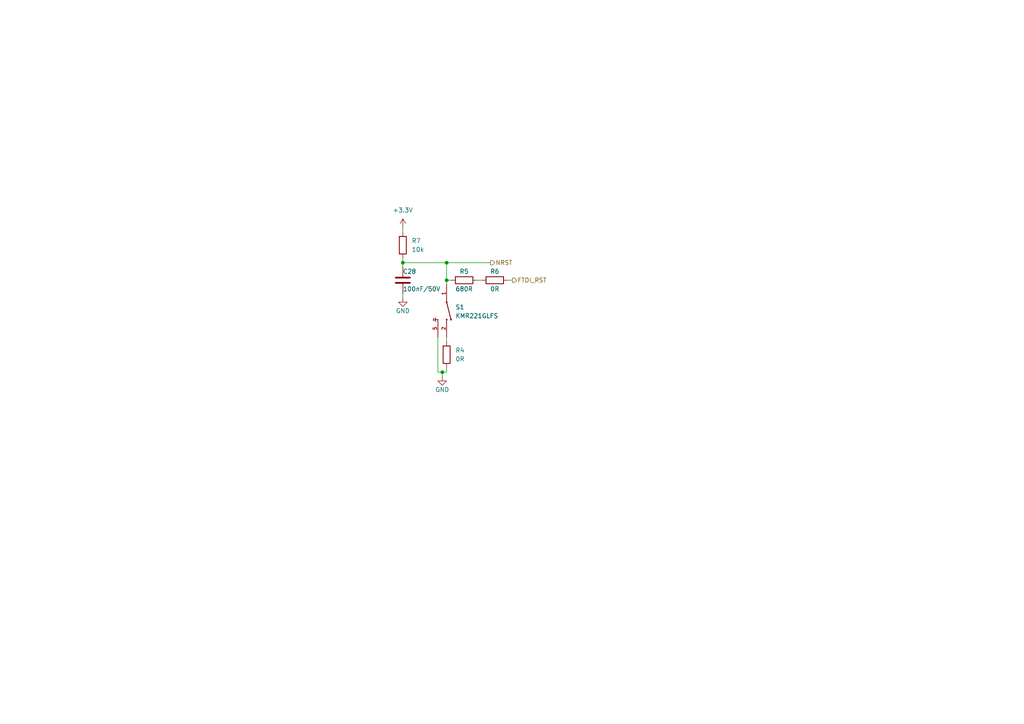
<source format=kicad_sch>
(kicad_sch (version 20230121) (generator eeschema)
  (paper "A4")
  (lib_symbols
    (symbol "Device:C" (pin_numbers hide) (pin_names (offset 0.254))
      (property "Reference" "C" (at 0.635 2.54 0))
      (property "Value" "C" (at 0.635 -2.54 0))
      (symbol "C_0_1"
        (polyline (pts (xy -2.032 -0.762) (xy 2.032 -0.762)) (stroke (width 0.508)))
        (polyline (pts (xy -2.032 0.762) (xy 2.032 0.762)) (stroke (width 0.508)))
      )
      (symbol "C_1_1"
        (pin passive line (at 0 3.81 270) (length 2.794) (name "~") (number "1"))
        (pin passive line (at 0 -3.81 90) (length 2.794) (name "~") (number "2"))
      )
    )
    (symbol "Device:R" (pin_numbers hide) (pin_names (offset 0))
      (property "Reference" "R" (at 2.032 0 90))
      (property "Value" "R" (at 0 0 90))
      (symbol "R_0_1"
        (rectangle (start -1.016 -2.54) (end 1.016 2.54) (stroke (width 0.254)))
      )
      (symbol "R_1_1"
        (pin passive line (at 0 3.81 270) (length 1.27) (name "~") (number "1"))
        (pin passive line (at 0 -3.81 90) (length 1.27) (name "~") (number "2"))
      )
    )
    (symbol "KMR221GLFS:KMR221GLFS" (pin_names (offset 1.016))
      (property "Reference" "S" (at -2.5401 2.2861 0))
      (property "Value" "KMR221GLFS" (at -2.7973 -6.3576 0))
      (symbol "KMR221GLFS_0_0"
        (circle (center -2.54 0) (radius 0.127) (stroke (width 0.254)))
        (polyline (pts (xy -2.54 0) (xy 2.54 1.27)) (stroke (width 0.254)))
        (polyline (pts (xy 2.286 -3.81) (xy 2.794 -3.81)) (stroke (width 0.254)))
        (polyline (pts (xy 2.54 -3.302) (xy 2.032 -3.302)) (stroke (width 0.254)))
        (polyline (pts (xy 2.54 -3.302) (xy 3.048 -3.302)) (stroke (width 0.254)))
        (polyline (pts (xy 2.54 -2.54) (xy 2.54 -3.302)) (stroke (width 0.254)))
        (circle (center 2.54 0) (radius 0.127) (stroke (width 0.254)))
        (circle (center 2.54 1.27) (radius 0.127) (stroke (width 0.254)))
        (pin passive line (at -7.62 0 0) (length 5.08) (name "~") (number "1"))
        (pin passive line (at 7.62 0 180) (length 5.08) (name "~") (number "2"))
        (pin passive line (at 7.62 -2.54 180) (length 5.08) (name "~") (number "5"))
      )
    )
    (symbol "bmsPower_Symbols:+3V3_0" (power) (in_bom no) (on_board no)
      (property "Value" "+3V3_0" (at 0 3.302 0))
      (symbol "+3V3_0_0_1"
        (polyline (pts (xy -0.762 1.27) (xy 0 2.54)))
        (polyline (pts (xy 0 0) (xy 0 2.54)))
        (polyline (pts (xy 0 2.54) (xy 0.762 1.27)))
      )
      (symbol "+3V3_0_1_1"
        (pin power_in line (at 0 0 90) (length 0) hide (name "+3.3V") (number "1"))
      )
    )
    (symbol "bmsPower_Symbols:GND_0" (power) (in_bom no) (on_board no)
      (property "Value" "GND_0" (at 0 -4.064 0))
      (symbol "GND_0_0_1"
        (polyline (pts (xy 0 0) (xy 0 -1.27) (xy 1.27 -1.27) (xy 0 -2.54) (xy -1.27 -1.27) (xy 0 -1.27)))
      )
      (symbol "GND_0_1_1"
        (pin power_in line (at 0 0 270) (length 0) hide (name "GND") (number "1"))
      )
    )
  )
  (junction (at 128.27 107.95))
  (junction (at 129.54 81.28))
  (junction (at 129.54 76.2))
  (junction (at 116.84 76.2))
  (wire (pts (xy 129.54 97.79) (xy 129.54 99.06)))
  (wire (pts (xy 129.54 81.28) (xy 129.54 82.55)))
  (wire (pts (xy 129.54 81.28) (xy 130.81 81.28)))
  (wire (pts (xy 116.84 66.04) (xy 116.84 67.31)))
  (wire (pts (xy 116.84 85.09) (xy 116.84 86.36)))
  (wire (pts (xy 116.84 74.93) (xy 116.84 76.2)))
  (wire (pts (xy 128.27 107.95) (xy 129.54 107.95)))
  (wire (pts (xy 147.32 81.28) (xy 148.59 81.28)))
  (wire (pts (xy 128.27 107.95) (xy 128.27 109.22)))
  (wire (pts (xy 116.84 76.2) (xy 129.54 76.2)))
  (wire (pts (xy 129.54 106.68) (xy 129.54 107.95)))
  (wire (pts (xy 129.54 76.2) (xy 129.54 81.28)))
  (wire (pts (xy 128.27 107.95) (xy 127 107.95)))
  (wire (pts (xy 127 107.95) (xy 127 97.79)))
  (wire (pts (xy 129.54 76.2) (xy 142.24 76.2)))
  (wire (pts (xy 138.43 81.28) (xy 139.7 81.28)))
  (wire (pts (xy 116.84 76.2) (xy 116.84 77.47)))
  (hierarchical_label "FTDI_RST" (shape output) (at 148.59 81.28 0))
  (hierarchical_label "NRST" (shape output) (at 142.24 76.2 0))
  (symbol (lib_id "bmsPower_Symbols:GND_0") (at 116.84 86.36 0) (unit 1) (in_bom no) (on_board no)
    (property "Reference" "#PWR022" (effects hide))
    (property "Value" "GND_0" (at 116.84 90.17 0))
  )
  (symbol (lib_id "Device:R") (at 143.51 81.28 90) (unit 1)
    (property "Reference" "R6" (at 143.51 78.74 90))
    (property "Value" "0R" (at 143.51 83.82 90))
  )
  (symbol (lib_id "Device:R") (at 116.84 71.12 0) (unit 1)
    (property "Reference" "R7" (at 119.38 69.85 0) (effects (justify left)))
    (property "Value" "10k" (at 119.38 72.39 0) (effects (justify left)))
  )
  (symbol (lib_id "Device:R") (at 129.54 102.87 0) (unit 1)
    (property "Reference" "R4" (at 132.08 101.6 0) (effects (justify left)))
    (property "Value" "0R" (at 132.08 104.14 0) (effects (justify left)))
  )
  (symbol (lib_id "bmsPower_Symbols:GND_0") (at 128.27 109.22 0) (unit 1) (in_bom no) (on_board no)
    (property "Reference" "#PWR021" (effects hide))
    (property "Value" "GND_0" (at 128.27 113.03 0))
  )
  (symbol (lib_id "KMR221GLFS:KMR221GLFS") (at 129.54 90.17 270) (unit 1)
    (property "Reference" "S1" (at 132.08 89.0905 90) (effects (justify left)))
    (property "Value" "KMR221GLFS" (at 132.08 91.6305 90) (effects (justify left)))
    (property "Footprint" "KMR221GLFS:SW_KMR221GLFS" (effects hide))
    (property "MF" "C&K" (effects hide))
    (property "Description" "\nTactile Switch SPST-NO Top Actuated Surface Mount\n" (effects hide))
    (property "Package" "None" (effects hide))
    (property "Price" "None" (effects hide))
    (property "Check_prices" "https://www.snapeda.com/parts/KMR221GLFS/C%2526K/view-part/?ref=eda" (effects hide))
    (property "SnapEDA_Link" "https://www.snapeda.com/parts/KMR221GLFS/C%2526K/view-part/?ref=snap" (effects hide))
    (property "MP" "KMR221GLFS" (effects hide))
    (property "Purchase-URL" "https://www.snapeda.com/api/url_track_click_mouser/?unipart_id=347724&manufacturer=C&amp;K&part_name=KMR221GLFS&search_term=None" (effects hide))
    (property "Availability" "In Stock" (effects hide))
    (property "MANUFACTURER" "CnK" (effects hide))
  )
  (symbol (lib_id "Device:C") (at 116.84 81.28 0) (unit 1)
    (property "Reference" "C28" (at 116.84 78.74 0) (effects (justify left)))
    (property "Value" "100nF/50V" (at 116.84 83.82 0) (effects (justify left)))
    (property "Footprint" "Capacitor_SMD:C_0603_1608Metric" (effects hide))
  )
  (symbol (lib_id "Device:R") (at 134.62 81.28 90) (unit 1)
    (property "Reference" "R5" (at 134.62 78.74 90))
    (property "Value" "680R" (at 134.62 83.82 90))
  )
  (symbol (lib_id "bmsPower_Symbols:+3V3_0") (at 116.84 66.04 0) (unit 1) (in_bom no) (on_board no)
    (property "Reference" "#PWR023" (effects hide))
    (property "Value" "+3V3_0" (at 116.84 60.96 0))
  )
)
</source>
